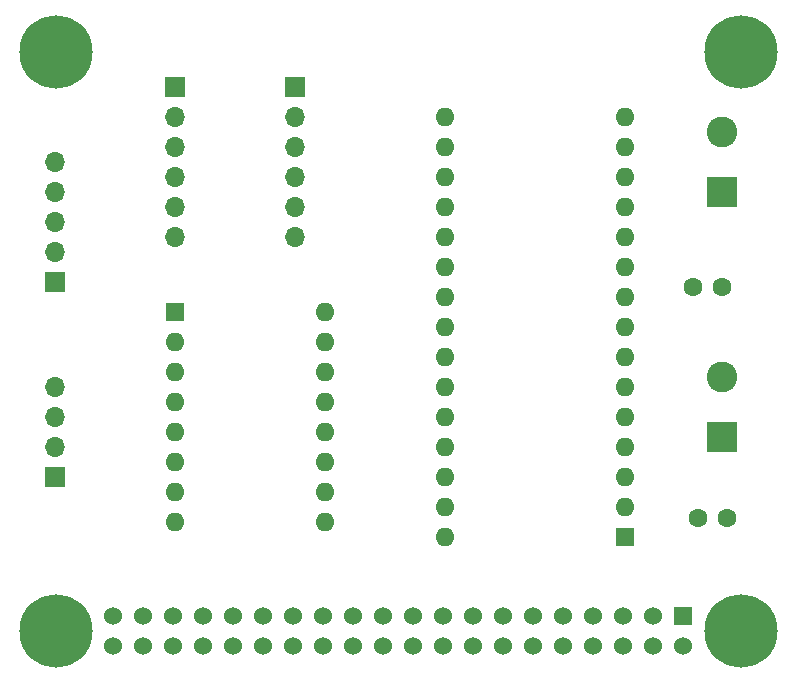
<source format=gts>
G04 #@! TF.GenerationSoftware,KiCad,Pcbnew,(5.1.12)-1*
G04 #@! TF.CreationDate,2022-04-21T18:06:29-03:00*
G04 #@! TF.ProjectId,micro3D,6d696372-6f33-4442-9e6b-696361645f70,rev?*
G04 #@! TF.SameCoordinates,Original*
G04 #@! TF.FileFunction,Soldermask,Top*
G04 #@! TF.FilePolarity,Negative*
%FSLAX46Y46*%
G04 Gerber Fmt 4.6, Leading zero omitted, Abs format (unit mm)*
G04 Created by KiCad (PCBNEW (5.1.12)-1) date 2022-04-21 18:06:29*
%MOMM*%
%LPD*%
G01*
G04 APERTURE LIST*
%ADD10R,1.600000X1.600000*%
%ADD11O,1.600000X1.600000*%
%ADD12R,2.600000X2.600000*%
%ADD13C,2.600000*%
%ADD14C,6.200000*%
%ADD15R,1.524000X1.524000*%
%ADD16C,1.524000*%
%ADD17O,1.700000X1.700000*%
%ADD18R,1.700000X1.700000*%
%ADD19C,1.600000*%
G04 APERTURE END LIST*
D10*
X109220000Y-102870000D03*
D11*
X121920000Y-120650000D03*
X109220000Y-105410000D03*
X121920000Y-118110000D03*
X109220000Y-107950000D03*
X121920000Y-115570000D03*
X109220000Y-110490000D03*
X121920000Y-113030000D03*
X109220000Y-113030000D03*
X121920000Y-110490000D03*
X109220000Y-115570000D03*
X121920000Y-107950000D03*
X109220000Y-118110000D03*
X121920000Y-105410000D03*
X109220000Y-120650000D03*
X121920000Y-102870000D03*
D10*
X147320000Y-121920000D03*
D11*
X132080000Y-88900000D03*
X147320000Y-119380000D03*
X132080000Y-91440000D03*
X147320000Y-116840000D03*
X132080000Y-93980000D03*
X147320000Y-114300000D03*
X132080000Y-96520000D03*
X147320000Y-111760000D03*
X132080000Y-99060000D03*
X147320000Y-109220000D03*
X132080000Y-101600000D03*
X147320000Y-106680000D03*
X132080000Y-104140000D03*
X147320000Y-104140000D03*
X132080000Y-106680000D03*
X147320000Y-101600000D03*
X132080000Y-109220000D03*
X147320000Y-99060000D03*
X132080000Y-111760000D03*
X147320000Y-96520000D03*
X132080000Y-114300000D03*
X147320000Y-93980000D03*
X132080000Y-116840000D03*
X147320000Y-91440000D03*
X132080000Y-119380000D03*
X147320000Y-88900000D03*
X132080000Y-121920000D03*
X147320000Y-86360000D03*
X132080000Y-86360000D03*
D12*
X155520000Y-92750000D03*
D13*
X155520000Y-87670000D03*
X155550000Y-108420000D03*
D12*
X155550000Y-113500000D03*
D14*
X157110000Y-80910000D03*
X99110000Y-80910000D03*
X99110000Y-129910000D03*
X157110000Y-129910000D03*
D15*
X152240000Y-128640000D03*
D16*
X149700000Y-128640000D03*
X147160000Y-128640000D03*
X144620000Y-128640000D03*
X142080000Y-128640000D03*
X139540000Y-128640000D03*
X152240000Y-131180000D03*
X149700000Y-131180000D03*
X147160000Y-131180000D03*
X144620000Y-131180000D03*
X142080000Y-131180000D03*
X139540000Y-131180000D03*
X137000000Y-128640000D03*
X137000000Y-131180000D03*
X134460000Y-128640000D03*
X131920000Y-128640000D03*
X129380000Y-128640000D03*
X126840000Y-128640000D03*
X124300000Y-128640000D03*
X121760000Y-128640000D03*
X134460000Y-131180000D03*
X131920000Y-131180000D03*
X129380000Y-131180000D03*
X126840000Y-131180000D03*
X124300000Y-131180000D03*
X121760000Y-131180000D03*
X119220000Y-128640000D03*
X119220000Y-131180000D03*
X116680000Y-128640000D03*
X114140000Y-128640000D03*
X111600000Y-128640000D03*
X109060000Y-128640000D03*
X106520000Y-128640000D03*
X103980000Y-128640000D03*
X116680000Y-131180000D03*
X114140000Y-131180000D03*
X111600000Y-131180000D03*
X109060000Y-131180000D03*
X106520000Y-131180000D03*
X103980000Y-131180000D03*
D17*
X119420000Y-96520000D03*
X119420000Y-93980000D03*
X119420000Y-91440000D03*
X119420000Y-88900000D03*
X119420000Y-86360000D03*
D18*
X119420000Y-83820000D03*
X109220000Y-83820000D03*
D17*
X109220000Y-86360000D03*
X109220000Y-88900000D03*
X109220000Y-91440000D03*
X109220000Y-93980000D03*
X109220000Y-96520000D03*
D19*
X155550000Y-100760000D03*
X153050000Y-100760000D03*
X153480000Y-120330000D03*
X155980000Y-120330000D03*
D18*
X99060000Y-100330000D03*
D17*
X99060000Y-97790000D03*
X99060000Y-95250000D03*
X99060000Y-92710000D03*
X99060000Y-90170000D03*
D18*
X99060000Y-116840000D03*
D17*
X99060000Y-114300000D03*
X99060000Y-111760000D03*
X99060000Y-109220000D03*
M02*

</source>
